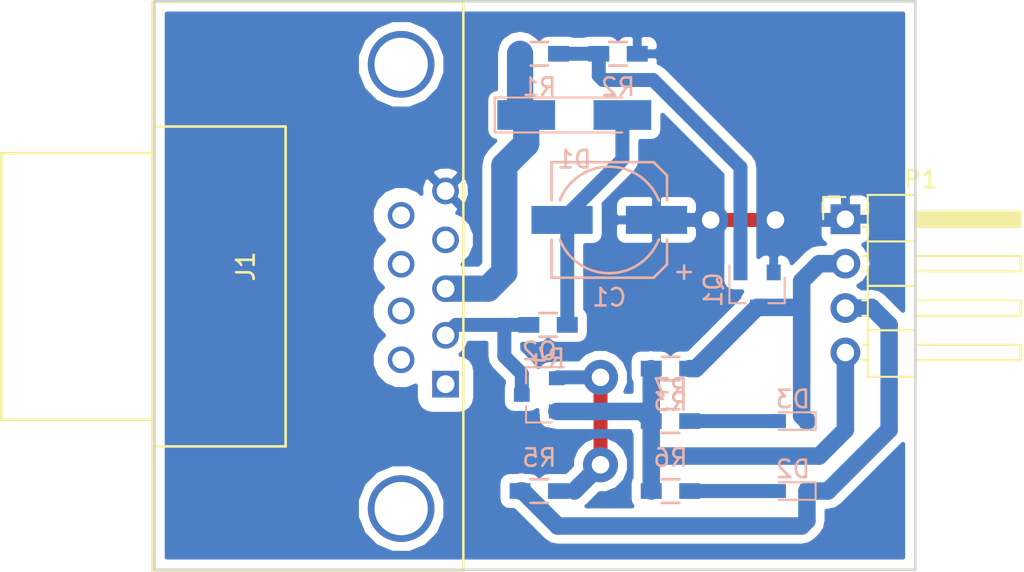
<source format=kicad_pcb>
(kicad_pcb (version 4) (host pcbnew 4.0.7-e2-6376~58~ubuntu16.04.1)

  (general
    (links 24)
    (no_connects 0)
    (area 111.424999 75.424999 155.075001 108.075001)
    (thickness 1.6)
    (drawings 4)
    (tracks 67)
    (zones 0)
    (modules 15)
    (nets 18)
  )

  (page A4)
  (layers
    (0 F.Cu signal)
    (31 B.Cu signal)
    (32 B.Adhes user)
    (33 F.Adhes user)
    (34 B.Paste user)
    (35 F.Paste user)
    (36 B.SilkS user)
    (37 F.SilkS user)
    (38 B.Mask user)
    (39 F.Mask user)
    (40 Dwgs.User user)
    (41 Cmts.User user)
    (42 Eco1.User user)
    (43 Eco2.User user)
    (44 Edge.Cuts user)
    (45 Margin user)
    (46 B.CrtYd user)
    (47 F.CrtYd user)
    (48 B.Fab user)
    (49 F.Fab user)
  )

  (setup
    (last_trace_width 1.5)
    (user_trace_width 0.8)
    (user_trace_width 1)
    (user_trace_width 1.5)
    (trace_clearance 0.5)
    (zone_clearance 0.508)
    (zone_45_only no)
    (trace_min 0.2)
    (segment_width 0.2)
    (edge_width 0.15)
    (via_size 2)
    (via_drill 1)
    (via_min_size 0.4)
    (via_min_drill 0.3)
    (uvia_size 0.3)
    (uvia_drill 0.1)
    (uvias_allowed no)
    (uvia_min_size 0.2)
    (uvia_min_drill 0.1)
    (pcb_text_width 0.3)
    (pcb_text_size 1.5 1.5)
    (mod_edge_width 0.15)
    (mod_text_size 1 1)
    (mod_text_width 0.15)
    (pad_size 1.524 1.524)
    (pad_drill 1.016)
    (pad_to_mask_clearance 0.2)
    (aux_axis_origin 0 0)
    (visible_elements FFFCFF7F)
    (pcbplotparams
      (layerselection 0x00030_80000001)
      (usegerberextensions false)
      (excludeedgelayer true)
      (linewidth 0.100000)
      (plotframeref false)
      (viasonmask false)
      (mode 1)
      (useauxorigin false)
      (hpglpennumber 1)
      (hpglpenspeed 20)
      (hpglpendiameter 15)
      (hpglpenoverlay 2)
      (psnegative false)
      (psa4output false)
      (plotreference true)
      (plotvalue true)
      (plotinvisibletext false)
      (padsonsilk false)
      (subtractmaskfromsilk false)
      (outputformat 1)
      (mirror false)
      (drillshape 1)
      (scaleselection 1)
      (outputdirectory ""))
  )

  (net 0 "")
  (net 1 GND)
  (net 2 "Net-(C1-Pad2)")
  (net 3 "Net-(D1-Pad1)")
  (net 4 "Net-(D2-Pad2)")
  (net 5 "Net-(D2-Pad1)")
  (net 6 "Net-(D3-Pad2)")
  (net 7 "Net-(D3-Pad1)")
  (net 8 "Net-(J1-Pad1)")
  (net 9 "Net-(J1-Pad2)")
  (net 10 "Net-(J1-Pad4)")
  (net 11 "Net-(J1-Pad6)")
  (net 12 "Net-(J1-Pad7)")
  (net 13 "Net-(J1-Pad8)")
  (net 14 "Net-(J1-Pad9)")
  (net 15 VCC)
  (net 16 "Net-(Q1-Pad1)")
  (net 17 "Net-(Q2-Pad1)")

  (net_class Default "This is the default net class."
    (clearance 0.5)
    (trace_width 0.8)
    (via_dia 2)
    (via_drill 1)
    (uvia_dia 0.3)
    (uvia_drill 0.1)
    (add_net GND)
    (add_net "Net-(C1-Pad2)")
    (add_net "Net-(D1-Pad1)")
    (add_net "Net-(D2-Pad1)")
    (add_net "Net-(D2-Pad2)")
    (add_net "Net-(D3-Pad1)")
    (add_net "Net-(D3-Pad2)")
    (add_net "Net-(J1-Pad1)")
    (add_net "Net-(J1-Pad2)")
    (add_net "Net-(J1-Pad4)")
    (add_net "Net-(J1-Pad6)")
    (add_net "Net-(J1-Pad7)")
    (add_net "Net-(J1-Pad8)")
    (add_net "Net-(J1-Pad9)")
    (add_net "Net-(Q1-Pad1)")
    (add_net "Net-(Q2-Pad1)")
    (add_net VCC)
  )

  (net_class 1mm ""
    (clearance 0.3)
    (trace_width 1)
    (via_dia 2)
    (via_drill 1)
    (uvia_dia 0.3)
    (uvia_drill 0.1)
  )

  (module Diodes_SMD:MiniMELF_Handsoldering (layer B.Cu) (tedit 586459CA) (tstamp 5A8BACD7)
    (at 135.5 82)
    (descr "Diode Mini-MELF Handsoldering")
    (tags "Diode Mini-MELF Handsoldering")
    (path /5A8219CC)
    (attr smd)
    (fp_text reference D1 (at 0 2.54) (layer B.SilkS)
      (effects (font (size 1 1) (thickness 0.15)) (justify mirror))
    )
    (fp_text value 1N4148 (at 0 -3.81) (layer B.Fab)
      (effects (font (size 1 1) (thickness 0.15)) (justify mirror))
    )
    (fp_line (start 2.75 1) (end -4.55 1) (layer B.SilkS) (width 0.12))
    (fp_line (start -4.55 1) (end -4.55 -1) (layer B.SilkS) (width 0.12))
    (fp_line (start -4.55 -1) (end 2.75 -1) (layer B.SilkS) (width 0.12))
    (fp_line (start 1.65 0.8) (end 1.65 -0.8) (layer B.Fab) (width 0.1))
    (fp_line (start 1.65 -0.8) (end -1.65 -0.8) (layer B.Fab) (width 0.1))
    (fp_line (start -1.65 -0.8) (end -1.65 0.8) (layer B.Fab) (width 0.1))
    (fp_line (start -1.65 0.8) (end 1.65 0.8) (layer B.Fab) (width 0.1))
    (fp_line (start 0.25 0) (end 0.75 0) (layer B.Fab) (width 0.1))
    (fp_line (start 0.25 -0.4) (end -0.35 0) (layer B.Fab) (width 0.1))
    (fp_line (start 0.25 0.4) (end 0.25 -0.4) (layer B.Fab) (width 0.1))
    (fp_line (start -0.35 0) (end 0.25 0.4) (layer B.Fab) (width 0.1))
    (fp_line (start -0.35 0) (end -0.35 -0.55) (layer B.Fab) (width 0.1))
    (fp_line (start -0.35 0) (end -0.35 0.55) (layer B.Fab) (width 0.1))
    (fp_line (start -0.75 0) (end -0.35 0) (layer B.Fab) (width 0.1))
    (fp_line (start -4.65 1.1) (end 4.65 1.1) (layer B.CrtYd) (width 0.05))
    (fp_line (start 4.65 1.1) (end 4.65 -1.1) (layer B.CrtYd) (width 0.05))
    (fp_line (start 4.65 -1.1) (end -4.65 -1.1) (layer B.CrtYd) (width 0.05))
    (fp_line (start -4.65 -1.1) (end -4.65 1.1) (layer B.CrtYd) (width 0.05))
    (pad 1 smd rect (at -2.75 0) (size 3.3 1.7) (layers B.Cu B.Paste B.Mask)
      (net 3 "Net-(D1-Pad1)"))
    (pad 2 smd rect (at 2.75 0) (size 3.3 1.7) (layers B.Cu B.Paste B.Mask)
      (net 2 "Net-(C1-Pad2)"))
    (model Diodes_SMD.3dshapes/MiniMELF_Handsoldering.wrl
      (at (xyz 0 0 0))
      (scale (xyz 0.3937 0.3937 0.3937))
      (rotate (xyz 0 0 180))
    )
  )

  (module Capacitors_SMD:c_elec_6.3x7.7 (layer B.Cu) (tedit 57FA45E9) (tstamp 5A8BACBF)
    (at 137.5 88 180)
    (descr "SMT capacitor, aluminium electrolytic, 6.3x7.7")
    (path /5A821B20)
    (attr smd)
    (fp_text reference C1 (at 0 -4.4323 180) (layer B.SilkS)
      (effects (font (size 1 1) (thickness 0.15)) (justify mirror))
    )
    (fp_text value 10uF (at 0 4.4323 180) (layer B.Fab)
      (effects (font (size 1 1) (thickness 0.15)) (justify mirror))
    )
    (fp_line (start 3.1496 -3.1496) (end 3.1496 3.1496) (layer B.Fab) (width 0.15))
    (fp_line (start -2.4765 -3.1496) (end 3.1496 -3.1496) (layer B.Fab) (width 0.15))
    (fp_line (start -3.1496 -2.4765) (end -2.4765 -3.1496) (layer B.Fab) (width 0.15))
    (fp_line (start -3.1496 2.4765) (end -3.1496 -2.4765) (layer B.Fab) (width 0.15))
    (fp_line (start -2.4765 3.1496) (end -3.1496 2.4765) (layer B.Fab) (width 0.15))
    (fp_line (start 3.1496 3.1496) (end -2.4765 3.1496) (layer B.Fab) (width 0.15))
    (fp_text user + (at -1.7272 0.0762 180) (layer B.Fab)
      (effects (font (size 1 1) (thickness 0.15)) (justify mirror))
    )
    (fp_arc (start 0 0) (end 2.8321 -1.1176) (angle -136.9770428) (layer B.SilkS) (width 0.15))
    (fp_arc (start 0 0) (end -2.8321 1.1176) (angle -136.9770428) (layer B.SilkS) (width 0.15))
    (fp_line (start -3.302 -2.54) (end -3.302 -1.1176) (layer B.SilkS) (width 0.15))
    (fp_line (start 3.302 -3.302) (end 3.302 -1.1176) (layer B.SilkS) (width 0.15))
    (fp_line (start 3.302 3.302) (end 3.302 1.1176) (layer B.SilkS) (width 0.15))
    (fp_line (start -3.302 2.54) (end -3.302 1.1176) (layer B.SilkS) (width 0.15))
    (fp_text user + (at -4.2799 -2.9083 180) (layer B.SilkS)
      (effects (font (size 1 1) (thickness 0.15)) (justify mirror))
    )
    (fp_line (start 4.85 3.55) (end -4.85 3.55) (layer B.CrtYd) (width 0.05))
    (fp_line (start -4.85 3.55) (end -4.85 -3.55) (layer B.CrtYd) (width 0.05))
    (fp_line (start -4.85 -3.55) (end 4.85 -3.55) (layer B.CrtYd) (width 0.05))
    (fp_line (start 4.85 -3.55) (end 4.85 3.55) (layer B.CrtYd) (width 0.05))
    (fp_line (start 3.302 -3.302) (end -2.54 -3.302) (layer B.SilkS) (width 0.15))
    (fp_line (start -2.54 -3.302) (end -3.302 -2.54) (layer B.SilkS) (width 0.15))
    (fp_line (start -3.302 2.54) (end -2.54 3.302) (layer B.SilkS) (width 0.15))
    (fp_line (start -2.54 3.302) (end 3.302 3.302) (layer B.SilkS) (width 0.15))
    (pad 1 smd rect (at -2.7 0) (size 3.5 1.6) (layers B.Cu B.Paste B.Mask)
      (net 1 GND))
    (pad 2 smd rect (at 2.7 0) (size 3.5 1.6) (layers B.Cu B.Paste B.Mask)
      (net 2 "Net-(C1-Pad2)"))
    (model Capacitors_SMD.3dshapes/c_elec_6.3x7.7.wrl
      (at (xyz 0 0 0))
      (scale (xyz 1 1 1))
      (rotate (xyz 0 0 180))
    )
  )

  (module Connectors:DB9FC (layer F.Cu) (tedit 5A830CAB) (tstamp 5A8BAD1A)
    (at 126.87 91.93 90)
    (descr "Connecteur DB9 femelle couche")
    (tags "CONN DB9")
    (path /5A821856)
    (fp_text reference J1 (at 1.27 -10.16 90) (layer F.SilkS)
      (effects (font (size 1 1) (thickness 0.15)))
    )
    (fp_text value DB9 (at 1.27 -3.81 90) (layer F.Fab)
      (effects (font (size 1 1) (thickness 0.15)))
    )
    (fp_line (start -16.129 2.286) (end 16.383 2.286) (layer F.SilkS) (width 0.15))
    (fp_line (start 16.383 2.286) (end 16.383 -15.494) (layer F.SilkS) (width 0.15))
    (fp_line (start 16.383 -15.494) (end -16.129 -15.494) (layer F.SilkS) (width 0.15))
    (fp_line (start -16.129 -15.494) (end -16.129 2.286) (layer F.SilkS) (width 0.15))
    (fp_line (start -9.017 -15.494) (end -9.017 -7.874) (layer F.SilkS) (width 0.15))
    (fp_line (start -9.017 -7.874) (end 9.271 -7.874) (layer F.SilkS) (width 0.15))
    (fp_line (start 9.271 -7.874) (end 9.271 -15.494) (layer F.SilkS) (width 0.15))
    (fp_line (start -7.493 -15.494) (end -7.493 -24.13) (layer F.SilkS) (width 0.15))
    (fp_line (start -7.493 -24.13) (end 7.747 -24.13) (layer F.SilkS) (width 0.15))
    (fp_line (start 7.747 -24.13) (end 7.747 -15.494) (layer F.SilkS) (width 0.15))
    (pad "" thru_hole circle (at 12.827 -1.27 90) (size 3.81 3.81) (drill 3.048) (layers *.Cu *.Mask))
    (pad "" thru_hole circle (at -12.573 -1.27 90) (size 3.81 3.81) (drill 3.048) (layers *.Cu *.Mask))
    (pad 1 thru_hole rect (at -5.461 1.27 90) (size 1.524 1.524) (drill 1.016) (layers *.Cu *.Mask)
      (net 8 "Net-(J1-Pad1)") (clearance 0.8))
    (pad 2 thru_hole circle (at -2.667 1.27 90) (size 1.524 1.524) (drill 1.016) (layers *.Cu *.Mask)
      (net 9 "Net-(J1-Pad2)"))
    (pad 3 thru_hole circle (at 0 1.27 90) (size 1.524 1.524) (drill 1.016) (layers *.Cu *.Mask)
      (net 3 "Net-(D1-Pad1)"))
    (pad 4 thru_hole circle (at 2.794 1.27 90) (size 1.524 1.524) (drill 1.016) (layers *.Cu *.Mask)
      (net 10 "Net-(J1-Pad4)") (clearance 0.8))
    (pad 5 thru_hole circle (at 5.588 1.27 90) (size 1.524 1.524) (drill 1.016) (layers *.Cu *.Mask)
      (net 1 GND))
    (pad 6 thru_hole circle (at -4.064 -1.27 90) (size 1.524 1.524) (drill 1.016) (layers *.Cu *.Mask)
      (net 11 "Net-(J1-Pad6)") (clearance 0.8))
    (pad 7 thru_hole circle (at -1.27 -1.27 90) (size 1.524 1.524) (drill 1.016) (layers *.Cu *.Mask)
      (net 12 "Net-(J1-Pad7)") (clearance 0.8))
    (pad 8 thru_hole circle (at 1.397 -1.27 90) (size 1.524 1.524) (drill 1.016) (layers *.Cu *.Mask)
      (net 13 "Net-(J1-Pad8)") (clearance 0.8))
    (pad 9 thru_hole circle (at 4.191 -1.27 90) (size 1.524 1.524) (drill 1.016) (layers *.Cu *.Mask)
      (net 14 "Net-(J1-Pad9)") (clearance 0.8))
    (model Connect.3dshapes/DB9FC.wrl
      (at (xyz 0 0 0))
      (scale (xyz 1 1 1))
      (rotate (xyz 0 0 0))
    )
  )

  (module Pin_Headers:Pin_Header_Angled_1x04_Pitch2.54mm (layer F.Cu) (tedit 5862ED52) (tstamp 5A8BAD77)
    (at 151 87.96)
    (descr "Through hole angled pin header, 1x04, 2.54mm pitch, 6mm pin length, single row")
    (tags "Through hole angled pin header THT 1x04 2.54mm single row")
    (path /5A822E63)
    (fp_text reference P1 (at 4.315 -2.27) (layer F.SilkS)
      (effects (font (size 1 1) (thickness 0.15)))
    )
    (fp_text value CONN_01X04 (at 4.315 9.89) (layer F.Fab)
      (effects (font (size 1 1) (thickness 0.15)))
    )
    (fp_line (start 1.4 -1.27) (end 1.4 1.27) (layer F.Fab) (width 0.1))
    (fp_line (start 1.4 1.27) (end 3.9 1.27) (layer F.Fab) (width 0.1))
    (fp_line (start 3.9 1.27) (end 3.9 -1.27) (layer F.Fab) (width 0.1))
    (fp_line (start 3.9 -1.27) (end 1.4 -1.27) (layer F.Fab) (width 0.1))
    (fp_line (start 0 -0.32) (end 0 0.32) (layer F.Fab) (width 0.1))
    (fp_line (start 0 0.32) (end 9.9 0.32) (layer F.Fab) (width 0.1))
    (fp_line (start 9.9 0.32) (end 9.9 -0.32) (layer F.Fab) (width 0.1))
    (fp_line (start 9.9 -0.32) (end 0 -0.32) (layer F.Fab) (width 0.1))
    (fp_line (start 1.4 1.27) (end 1.4 3.81) (layer F.Fab) (width 0.1))
    (fp_line (start 1.4 3.81) (end 3.9 3.81) (layer F.Fab) (width 0.1))
    (fp_line (start 3.9 3.81) (end 3.9 1.27) (layer F.Fab) (width 0.1))
    (fp_line (start 3.9 1.27) (end 1.4 1.27) (layer F.Fab) (width 0.1))
    (fp_line (start 0 2.22) (end 0 2.86) (layer F.Fab) (width 0.1))
    (fp_line (start 0 2.86) (end 9.9 2.86) (layer F.Fab) (width 0.1))
    (fp_line (start 9.9 2.86) (end 9.9 2.22) (layer F.Fab) (width 0.1))
    (fp_line (start 9.9 2.22) (end 0 2.22) (layer F.Fab) (width 0.1))
    (fp_line (start 1.4 3.81) (end 1.4 6.35) (layer F.Fab) (width 0.1))
    (fp_line (start 1.4 6.35) (end 3.9 6.35) (layer F.Fab) (width 0.1))
    (fp_line (start 3.9 6.35) (end 3.9 3.81) (layer F.Fab) (width 0.1))
    (fp_line (start 3.9 3.81) (end 1.4 3.81) (layer F.Fab) (width 0.1))
    (fp_line (start 0 4.76) (end 0 5.4) (layer F.Fab) (width 0.1))
    (fp_line (start 0 5.4) (end 9.9 5.4) (layer F.Fab) (width 0.1))
    (fp_line (start 9.9 5.4) (end 9.9 4.76) (layer F.Fab) (width 0.1))
    (fp_line (start 9.9 4.76) (end 0 4.76) (layer F.Fab) (width 0.1))
    (fp_line (start 1.4 6.35) (end 1.4 8.89) (layer F.Fab) (width 0.1))
    (fp_line (start 1.4 8.89) (end 3.9 8.89) (layer F.Fab) (width 0.1))
    (fp_line (start 3.9 8.89) (end 3.9 6.35) (layer F.Fab) (width 0.1))
    (fp_line (start 3.9 6.35) (end 1.4 6.35) (layer F.Fab) (width 0.1))
    (fp_line (start 0 7.3) (end 0 7.94) (layer F.Fab) (width 0.1))
    (fp_line (start 0 7.94) (end 9.9 7.94) (layer F.Fab) (width 0.1))
    (fp_line (start 9.9 7.94) (end 9.9 7.3) (layer F.Fab) (width 0.1))
    (fp_line (start 9.9 7.3) (end 0 7.3) (layer F.Fab) (width 0.1))
    (fp_line (start 1.28 -1.39) (end 1.28 1.27) (layer F.SilkS) (width 0.12))
    (fp_line (start 1.28 1.27) (end 4.02 1.27) (layer F.SilkS) (width 0.12))
    (fp_line (start 4.02 1.27) (end 4.02 -1.39) (layer F.SilkS) (width 0.12))
    (fp_line (start 4.02 -1.39) (end 1.28 -1.39) (layer F.SilkS) (width 0.12))
    (fp_line (start 4.02 -0.44) (end 4.02 0.44) (layer F.SilkS) (width 0.12))
    (fp_line (start 4.02 0.44) (end 10.02 0.44) (layer F.SilkS) (width 0.12))
    (fp_line (start 10.02 0.44) (end 10.02 -0.44) (layer F.SilkS) (width 0.12))
    (fp_line (start 10.02 -0.44) (end 4.02 -0.44) (layer F.SilkS) (width 0.12))
    (fp_line (start 0.97 -0.44) (end 1.28 -0.44) (layer F.SilkS) (width 0.12))
    (fp_line (start 0.97 0.44) (end 1.28 0.44) (layer F.SilkS) (width 0.12))
    (fp_line (start 4.02 -0.32) (end 10.02 -0.32) (layer F.SilkS) (width 0.12))
    (fp_line (start 4.02 -0.2) (end 10.02 -0.2) (layer F.SilkS) (width 0.12))
    (fp_line (start 4.02 -0.08) (end 10.02 -0.08) (layer F.SilkS) (width 0.12))
    (fp_line (start 4.02 0.04) (end 10.02 0.04) (layer F.SilkS) (width 0.12))
    (fp_line (start 4.02 0.16) (end 10.02 0.16) (layer F.SilkS) (width 0.12))
    (fp_line (start 4.02 0.28) (end 10.02 0.28) (layer F.SilkS) (width 0.12))
    (fp_line (start 4.02 0.4) (end 10.02 0.4) (layer F.SilkS) (width 0.12))
    (fp_line (start 1.28 1.27) (end 1.28 3.81) (layer F.SilkS) (width 0.12))
    (fp_line (start 1.28 3.81) (end 4.02 3.81) (layer F.SilkS) (width 0.12))
    (fp_line (start 4.02 3.81) (end 4.02 1.27) (layer F.SilkS) (width 0.12))
    (fp_line (start 4.02 1.27) (end 1.28 1.27) (layer F.SilkS) (width 0.12))
    (fp_line (start 4.02 2.1) (end 4.02 2.98) (layer F.SilkS) (width 0.12))
    (fp_line (start 4.02 2.98) (end 10.02 2.98) (layer F.SilkS) (width 0.12))
    (fp_line (start 10.02 2.98) (end 10.02 2.1) (layer F.SilkS) (width 0.12))
    (fp_line (start 10.02 2.1) (end 4.02 2.1) (layer F.SilkS) (width 0.12))
    (fp_line (start 0.97 2.1) (end 1.28 2.1) (layer F.SilkS) (width 0.12))
    (fp_line (start 0.97 2.98) (end 1.28 2.98) (layer F.SilkS) (width 0.12))
    (fp_line (start 1.28 3.81) (end 1.28 6.35) (layer F.SilkS) (width 0.12))
    (fp_line (start 1.28 6.35) (end 4.02 6.35) (layer F.SilkS) (width 0.12))
    (fp_line (start 4.02 6.35) (end 4.02 3.81) (layer F.SilkS) (width 0.12))
    (fp_line (start 4.02 3.81) (end 1.28 3.81) (layer F.SilkS) (width 0.12))
    (fp_line (start 4.02 4.64) (end 4.02 5.52) (layer F.SilkS) (width 0.12))
    (fp_line (start 4.02 5.52) (end 10.02 5.52) (layer F.SilkS) (width 0.12))
    (fp_line (start 10.02 5.52) (end 10.02 4.64) (layer F.SilkS) (width 0.12))
    (fp_line (start 10.02 4.64) (end 4.02 4.64) (layer F.SilkS) (width 0.12))
    (fp_line (start 0.97 4.64) (end 1.28 4.64) (layer F.SilkS) (width 0.12))
    (fp_line (start 0.97 5.52) (end 1.28 5.52) (layer F.SilkS) (width 0.12))
    (fp_line (start 1.28 6.35) (end 1.28 9.01) (layer F.SilkS) (width 0.12))
    (fp_line (start 1.28 9.01) (end 4.02 9.01) (layer F.SilkS) (width 0.12))
    (fp_line (start 4.02 9.01) (end 4.02 6.35) (layer F.SilkS) (width 0.12))
    (fp_line (start 4.02 6.35) (end 1.28 6.35) (layer F.SilkS) (width 0.12))
    (fp_line (start 4.02 7.18) (end 4.02 8.06) (layer F.SilkS) (width 0.12))
    (fp_line (start 4.02 8.06) (end 10.02 8.06) (layer F.SilkS) (width 0.12))
    (fp_line (start 10.02 8.06) (end 10.02 7.18) (layer F.SilkS) (width 0.12))
    (fp_line (start 10.02 7.18) (end 4.02 7.18) (layer F.SilkS) (width 0.12))
    (fp_line (start 0.97 7.18) (end 1.28 7.18) (layer F.SilkS) (width 0.12))
    (fp_line (start 0.97 8.06) (end 1.28 8.06) (layer F.SilkS) (width 0.12))
    (fp_line (start -1.27 0) (end -1.27 -1.27) (layer F.SilkS) (width 0.12))
    (fp_line (start -1.27 -1.27) (end 0 -1.27) (layer F.SilkS) (width 0.12))
    (fp_line (start -1.6 -1.6) (end -1.6 9.2) (layer F.CrtYd) (width 0.05))
    (fp_line (start -1.6 9.2) (end 10.2 9.2) (layer F.CrtYd) (width 0.05))
    (fp_line (start 10.2 9.2) (end 10.2 -1.6) (layer F.CrtYd) (width 0.05))
    (fp_line (start 10.2 -1.6) (end -1.6 -1.6) (layer F.CrtYd) (width 0.05))
    (pad 1 thru_hole rect (at 0 0) (size 1.7 1.7) (drill 1) (layers *.Cu *.Mask)
      (net 1 GND))
    (pad 2 thru_hole oval (at 0 2.54) (size 1.7 1.7) (drill 1) (layers *.Cu *.Mask)
      (net 7 "Net-(D3-Pad1)"))
    (pad 3 thru_hole oval (at 0 5.08) (size 1.7 1.7) (drill 1) (layers *.Cu *.Mask)
      (net 5 "Net-(D2-Pad1)"))
    (pad 4 thru_hole oval (at 0 7.62) (size 1.7 1.7) (drill 1) (layers *.Cu *.Mask)
      (net 15 VCC))
    (model Pin_Headers.3dshapes/Pin_Header_Angled_1x04_Pitch2.54mm.wrl
      (at (xyz 0 -0.15 0))
      (scale (xyz 1 1 1))
      (rotate (xyz 0 0 90))
    )
  )

  (module TO_SOT_Packages_SMD:SOT-23 (layer B.Cu) (tedit 583F39EB) (tstamp 5A8BAD8A)
    (at 145.95 92 270)
    (descr "SOT-23, Standard")
    (tags SOT-23)
    (path /5A824BCD)
    (attr smd)
    (fp_text reference Q1 (at 0 2.5 270) (layer B.SilkS)
      (effects (font (size 1 1) (thickness 0.15)) (justify mirror))
    )
    (fp_text value 2N7002 (at 0 -2.5 270) (layer B.Fab)
      (effects (font (size 1 1) (thickness 0.15)) (justify mirror))
    )
    (fp_line (start 0.76 -1.58) (end 0.76 -0.65) (layer B.SilkS) (width 0.12))
    (fp_line (start 0.76 1.58) (end 0.76 0.65) (layer B.SilkS) (width 0.12))
    (fp_line (start 0.7 1.52) (end 0.7 -1.52) (layer B.Fab) (width 0.15))
    (fp_line (start -0.7 -1.52) (end 0.7 -1.52) (layer B.Fab) (width 0.15))
    (fp_line (start -1.7 1.75) (end 1.7 1.75) (layer B.CrtYd) (width 0.05))
    (fp_line (start 1.7 1.75) (end 1.7 -1.75) (layer B.CrtYd) (width 0.05))
    (fp_line (start 1.7 -1.75) (end -1.7 -1.75) (layer B.CrtYd) (width 0.05))
    (fp_line (start -1.7 -1.75) (end -1.7 1.75) (layer B.CrtYd) (width 0.05))
    (fp_line (start 0.76 1.58) (end -1.4 1.58) (layer B.SilkS) (width 0.12))
    (fp_line (start -0.7 1.52) (end 0.7 1.52) (layer B.Fab) (width 0.15))
    (fp_line (start -0.7 1.52) (end -0.7 -1.52) (layer B.Fab) (width 0.15))
    (fp_line (start 0.76 -1.58) (end -0.7 -1.58) (layer B.SilkS) (width 0.12))
    (pad 1 smd rect (at -1 0.95 270) (size 0.9 0.8) (layers B.Cu B.Paste B.Mask)
      (net 16 "Net-(Q1-Pad1)"))
    (pad 2 smd rect (at -1 -0.95 270) (size 0.9 0.8) (layers B.Cu B.Paste B.Mask)
      (net 1 GND))
    (pad 3 smd rect (at 1 0 270) (size 0.9 0.8) (layers B.Cu B.Paste B.Mask)
      (net 7 "Net-(D3-Pad1)"))
    (model TO_SOT_Packages_SMD.3dshapes/SOT-23.wrl
      (at (xyz 0 0 0))
      (scale (xyz 1 1 1))
      (rotate (xyz 0 0 90))
    )
  )

  (module TO_SOT_Packages_SMD:SOT-23 (layer B.Cu) (tedit 583F39EB) (tstamp 5A8BAD9D)
    (at 133.5 98 180)
    (descr "SOT-23, Standard")
    (tags SOT-23)
    (path /5A824898)
    (attr smd)
    (fp_text reference Q2 (at 0 2.5 180) (layer B.SilkS)
      (effects (font (size 1 1) (thickness 0.15)) (justify mirror))
    )
    (fp_text value PNP-BC857 (at 0 -2.5 180) (layer B.Fab)
      (effects (font (size 1 1) (thickness 0.15)) (justify mirror))
    )
    (fp_line (start 0.76 -1.58) (end 0.76 -0.65) (layer B.SilkS) (width 0.12))
    (fp_line (start 0.76 1.58) (end 0.76 0.65) (layer B.SilkS) (width 0.12))
    (fp_line (start 0.7 1.52) (end 0.7 -1.52) (layer B.Fab) (width 0.15))
    (fp_line (start -0.7 -1.52) (end 0.7 -1.52) (layer B.Fab) (width 0.15))
    (fp_line (start -1.7 1.75) (end 1.7 1.75) (layer B.CrtYd) (width 0.05))
    (fp_line (start 1.7 1.75) (end 1.7 -1.75) (layer B.CrtYd) (width 0.05))
    (fp_line (start 1.7 -1.75) (end -1.7 -1.75) (layer B.CrtYd) (width 0.05))
    (fp_line (start -1.7 -1.75) (end -1.7 1.75) (layer B.CrtYd) (width 0.05))
    (fp_line (start 0.76 1.58) (end -1.4 1.58) (layer B.SilkS) (width 0.12))
    (fp_line (start -0.7 1.52) (end 0.7 1.52) (layer B.Fab) (width 0.15))
    (fp_line (start -0.7 1.52) (end -0.7 -1.52) (layer B.Fab) (width 0.15))
    (fp_line (start 0.76 -1.58) (end -0.7 -1.58) (layer B.SilkS) (width 0.12))
    (pad 1 smd rect (at -1 0.95 180) (size 0.9 0.8) (layers B.Cu B.Paste B.Mask)
      (net 17 "Net-(Q2-Pad1)"))
    (pad 2 smd rect (at -1 -0.95 180) (size 0.9 0.8) (layers B.Cu B.Paste B.Mask)
      (net 15 VCC))
    (pad 3 smd rect (at 1 0 180) (size 0.9 0.8) (layers B.Cu B.Paste B.Mask)
      (net 9 "Net-(J1-Pad2)"))
    (model TO_SOT_Packages_SMD.3dshapes/SOT-23.wrl
      (at (xyz 0 0 0))
      (scale (xyz 1 1 1))
      (rotate (xyz 0 0 90))
    )
  )

  (module Resistors_SMD:R_0603_HandSoldering (layer B.Cu) (tedit 58307AEF) (tstamp 5A8BADAD)
    (at 133.5 78.5)
    (descr "Resistor SMD 0603, hand soldering")
    (tags "resistor 0603")
    (path /5A822807)
    (attr smd)
    (fp_text reference R1 (at 0 1.9) (layer B.SilkS)
      (effects (font (size 1 1) (thickness 0.15)) (justify mirror))
    )
    (fp_text value 10k (at 0 -1.9) (layer B.Fab)
      (effects (font (size 1 1) (thickness 0.15)) (justify mirror))
    )
    (fp_line (start -0.8 -0.4) (end -0.8 0.4) (layer B.Fab) (width 0.1))
    (fp_line (start 0.8 -0.4) (end -0.8 -0.4) (layer B.Fab) (width 0.1))
    (fp_line (start 0.8 0.4) (end 0.8 -0.4) (layer B.Fab) (width 0.1))
    (fp_line (start -0.8 0.4) (end 0.8 0.4) (layer B.Fab) (width 0.1))
    (fp_line (start -2 0.8) (end 2 0.8) (layer B.CrtYd) (width 0.05))
    (fp_line (start -2 -0.8) (end 2 -0.8) (layer B.CrtYd) (width 0.05))
    (fp_line (start -2 0.8) (end -2 -0.8) (layer B.CrtYd) (width 0.05))
    (fp_line (start 2 0.8) (end 2 -0.8) (layer B.CrtYd) (width 0.05))
    (fp_line (start 0.5 -0.675) (end -0.5 -0.675) (layer B.SilkS) (width 0.15))
    (fp_line (start -0.5 0.675) (end 0.5 0.675) (layer B.SilkS) (width 0.15))
    (pad 1 smd rect (at -1.1 0) (size 1.2 0.9) (layers B.Cu B.Paste B.Mask)
      (net 3 "Net-(D1-Pad1)"))
    (pad 2 smd rect (at 1.1 0) (size 1.2 0.9) (layers B.Cu B.Paste B.Mask)
      (net 16 "Net-(Q1-Pad1)"))
    (model Resistors_SMD.3dshapes/R_0603_HandSoldering.wrl
      (at (xyz 0 0 0))
      (scale (xyz 1 1 1))
      (rotate (xyz 0 0 0))
    )
  )

  (module Resistors_SMD:R_0603_HandSoldering (layer B.Cu) (tedit 58307AEF) (tstamp 5A8BADBD)
    (at 138 78.5)
    (descr "Resistor SMD 0603, hand soldering")
    (tags "resistor 0603")
    (path /5A823C79)
    (attr smd)
    (fp_text reference R2 (at 0 1.9) (layer B.SilkS)
      (effects (font (size 1 1) (thickness 0.15)) (justify mirror))
    )
    (fp_text value 10k (at 0 -1.9) (layer B.Fab)
      (effects (font (size 1 1) (thickness 0.15)) (justify mirror))
    )
    (fp_line (start -0.8 -0.4) (end -0.8 0.4) (layer B.Fab) (width 0.1))
    (fp_line (start 0.8 -0.4) (end -0.8 -0.4) (layer B.Fab) (width 0.1))
    (fp_line (start 0.8 0.4) (end 0.8 -0.4) (layer B.Fab) (width 0.1))
    (fp_line (start -0.8 0.4) (end 0.8 0.4) (layer B.Fab) (width 0.1))
    (fp_line (start -2 0.8) (end 2 0.8) (layer B.CrtYd) (width 0.05))
    (fp_line (start -2 -0.8) (end 2 -0.8) (layer B.CrtYd) (width 0.05))
    (fp_line (start -2 0.8) (end -2 -0.8) (layer B.CrtYd) (width 0.05))
    (fp_line (start 2 0.8) (end 2 -0.8) (layer B.CrtYd) (width 0.05))
    (fp_line (start 0.5 -0.675) (end -0.5 -0.675) (layer B.SilkS) (width 0.15))
    (fp_line (start -0.5 0.675) (end 0.5 0.675) (layer B.SilkS) (width 0.15))
    (pad 1 smd rect (at -1.1 0) (size 1.2 0.9) (layers B.Cu B.Paste B.Mask)
      (net 16 "Net-(Q1-Pad1)"))
    (pad 2 smd rect (at 1.1 0) (size 1.2 0.9) (layers B.Cu B.Paste B.Mask)
      (net 1 GND))
    (model Resistors_SMD.3dshapes/R_0603_HandSoldering.wrl
      (at (xyz 0 0 0))
      (scale (xyz 1 1 1))
      (rotate (xyz 0 0 0))
    )
  )

  (module Resistors_SMD:R_0603_HandSoldering (layer B.Cu) (tedit 58307AEF) (tstamp 5A8BADCD)
    (at 141 96.5)
    (descr "Resistor SMD 0603, hand soldering")
    (tags "resistor 0603")
    (path /5A823BE5)
    (attr smd)
    (fp_text reference R3 (at 0 1.9) (layer B.SilkS)
      (effects (font (size 1 1) (thickness 0.15)) (justify mirror))
    )
    (fp_text value 10k (at 0 -1.9) (layer B.Fab)
      (effects (font (size 1 1) (thickness 0.15)) (justify mirror))
    )
    (fp_line (start -0.8 -0.4) (end -0.8 0.4) (layer B.Fab) (width 0.1))
    (fp_line (start 0.8 -0.4) (end -0.8 -0.4) (layer B.Fab) (width 0.1))
    (fp_line (start 0.8 0.4) (end 0.8 -0.4) (layer B.Fab) (width 0.1))
    (fp_line (start -0.8 0.4) (end 0.8 0.4) (layer B.Fab) (width 0.1))
    (fp_line (start -2 0.8) (end 2 0.8) (layer B.CrtYd) (width 0.05))
    (fp_line (start -2 -0.8) (end 2 -0.8) (layer B.CrtYd) (width 0.05))
    (fp_line (start -2 0.8) (end -2 -0.8) (layer B.CrtYd) (width 0.05))
    (fp_line (start 2 0.8) (end 2 -0.8) (layer B.CrtYd) (width 0.05))
    (fp_line (start 0.5 -0.675) (end -0.5 -0.675) (layer B.SilkS) (width 0.15))
    (fp_line (start -0.5 0.675) (end 0.5 0.675) (layer B.SilkS) (width 0.15))
    (pad 1 smd rect (at -1.1 0) (size 1.2 0.9) (layers B.Cu B.Paste B.Mask)
      (net 15 VCC))
    (pad 2 smd rect (at 1.1 0) (size 1.2 0.9) (layers B.Cu B.Paste B.Mask)
      (net 7 "Net-(D3-Pad1)"))
    (model Resistors_SMD.3dshapes/R_0603_HandSoldering.wrl
      (at (xyz 0 0 0))
      (scale (xyz 1 1 1))
      (rotate (xyz 0 0 0))
    )
  )

  (module Resistors_SMD:R_0603_HandSoldering (layer B.Cu) (tedit 58307AEF) (tstamp 5A8BADDD)
    (at 134 94)
    (descr "Resistor SMD 0603, hand soldering")
    (tags "resistor 0603")
    (path /5A823B22)
    (attr smd)
    (fp_text reference R4 (at 0 1.9) (layer B.SilkS)
      (effects (font (size 1 1) (thickness 0.15)) (justify mirror))
    )
    (fp_text value 10k (at 0 -1.9) (layer B.Fab)
      (effects (font (size 1 1) (thickness 0.15)) (justify mirror))
    )
    (fp_line (start -0.8 -0.4) (end -0.8 0.4) (layer B.Fab) (width 0.1))
    (fp_line (start 0.8 -0.4) (end -0.8 -0.4) (layer B.Fab) (width 0.1))
    (fp_line (start 0.8 0.4) (end 0.8 -0.4) (layer B.Fab) (width 0.1))
    (fp_line (start -0.8 0.4) (end 0.8 0.4) (layer B.Fab) (width 0.1))
    (fp_line (start -2 0.8) (end 2 0.8) (layer B.CrtYd) (width 0.05))
    (fp_line (start -2 -0.8) (end 2 -0.8) (layer B.CrtYd) (width 0.05))
    (fp_line (start -2 0.8) (end -2 -0.8) (layer B.CrtYd) (width 0.05))
    (fp_line (start 2 0.8) (end 2 -0.8) (layer B.CrtYd) (width 0.05))
    (fp_line (start 0.5 -0.675) (end -0.5 -0.675) (layer B.SilkS) (width 0.15))
    (fp_line (start -0.5 0.675) (end 0.5 0.675) (layer B.SilkS) (width 0.15))
    (pad 1 smd rect (at -1.1 0) (size 1.2 0.9) (layers B.Cu B.Paste B.Mask)
      (net 9 "Net-(J1-Pad2)"))
    (pad 2 smd rect (at 1.1 0) (size 1.2 0.9) (layers B.Cu B.Paste B.Mask)
      (net 2 "Net-(C1-Pad2)"))
    (model Resistors_SMD.3dshapes/R_0603_HandSoldering.wrl
      (at (xyz 0 0 0))
      (scale (xyz 1 1 1))
      (rotate (xyz 0 0 0))
    )
  )

  (module Resistors_SMD:R_0603_HandSoldering (layer B.Cu) (tedit 58307AEF) (tstamp 5A8BADED)
    (at 133.5 103.5 180)
    (descr "Resistor SMD 0603, hand soldering")
    (tags "resistor 0603")
    (path /5A823A34)
    (attr smd)
    (fp_text reference R5 (at 0 1.9 180) (layer B.SilkS)
      (effects (font (size 1 1) (thickness 0.15)) (justify mirror))
    )
    (fp_text value 10k (at 0 -1.9 180) (layer B.Fab)
      (effects (font (size 1 1) (thickness 0.15)) (justify mirror))
    )
    (fp_line (start -0.8 -0.4) (end -0.8 0.4) (layer B.Fab) (width 0.1))
    (fp_line (start 0.8 -0.4) (end -0.8 -0.4) (layer B.Fab) (width 0.1))
    (fp_line (start 0.8 0.4) (end 0.8 -0.4) (layer B.Fab) (width 0.1))
    (fp_line (start -0.8 0.4) (end 0.8 0.4) (layer B.Fab) (width 0.1))
    (fp_line (start -2 0.8) (end 2 0.8) (layer B.CrtYd) (width 0.05))
    (fp_line (start -2 -0.8) (end 2 -0.8) (layer B.CrtYd) (width 0.05))
    (fp_line (start -2 0.8) (end -2 -0.8) (layer B.CrtYd) (width 0.05))
    (fp_line (start 2 0.8) (end 2 -0.8) (layer B.CrtYd) (width 0.05))
    (fp_line (start 0.5 -0.675) (end -0.5 -0.675) (layer B.SilkS) (width 0.15))
    (fp_line (start -0.5 0.675) (end 0.5 0.675) (layer B.SilkS) (width 0.15))
    (pad 1 smd rect (at -1.1 0 180) (size 1.2 0.9) (layers B.Cu B.Paste B.Mask)
      (net 17 "Net-(Q2-Pad1)"))
    (pad 2 smd rect (at 1.1 0 180) (size 1.2 0.9) (layers B.Cu B.Paste B.Mask)
      (net 5 "Net-(D2-Pad1)"))
    (model Resistors_SMD.3dshapes/R_0603_HandSoldering.wrl
      (at (xyz 0 0 0))
      (scale (xyz 1 1 1))
      (rotate (xyz 0 0 0))
    )
  )

  (module LEDs:LED_0603 (layer B.Cu) (tedit 57FE93A5) (tstamp 5A83094C)
    (at 148 103.5 180)
    (descr "LED 0603 smd package")
    (tags "LED led 0603 SMD smd SMT smt smdled SMDLED smtled SMTLED")
    (path /5A821F43)
    (attr smd)
    (fp_text reference D2 (at 0 1.25 180) (layer B.SilkS)
      (effects (font (size 1 1) (thickness 0.15)) (justify mirror))
    )
    (fp_text value LED (at 0 -1.35 180) (layer B.Fab)
      (effects (font (size 1 1) (thickness 0.15)) (justify mirror))
    )
    (fp_line (start -1.3 0.5) (end -1.3 -0.5) (layer B.SilkS) (width 0.12))
    (fp_line (start -0.2 0.2) (end -0.2 -0.2) (layer B.Fab) (width 0.1))
    (fp_line (start -0.15 0) (end 0.15 0.2) (layer B.Fab) (width 0.1))
    (fp_line (start 0.15 -0.2) (end -0.15 0) (layer B.Fab) (width 0.1))
    (fp_line (start 0.15 0.2) (end 0.15 -0.2) (layer B.Fab) (width 0.1))
    (fp_line (start 0.8 -0.4) (end -0.8 -0.4) (layer B.Fab) (width 0.1))
    (fp_line (start 0.8 0.4) (end 0.8 -0.4) (layer B.Fab) (width 0.1))
    (fp_line (start -0.8 0.4) (end 0.8 0.4) (layer B.Fab) (width 0.1))
    (fp_line (start -0.8 -0.4) (end -0.8 0.4) (layer B.Fab) (width 0.1))
    (fp_line (start -1.3 -0.5) (end 0.8 -0.5) (layer B.SilkS) (width 0.12))
    (fp_line (start -1.3 0.5) (end 0.8 0.5) (layer B.SilkS) (width 0.12))
    (fp_line (start 1.45 0.65) (end 1.45 -0.65) (layer B.CrtYd) (width 0.05))
    (fp_line (start 1.45 -0.65) (end -1.45 -0.65) (layer B.CrtYd) (width 0.05))
    (fp_line (start -1.45 -0.65) (end -1.45 0.65) (layer B.CrtYd) (width 0.05))
    (fp_line (start -1.45 0.65) (end 1.45 0.65) (layer B.CrtYd) (width 0.05))
    (pad 2 smd rect (at 0.8 0) (size 0.8 0.8) (layers B.Cu B.Paste B.Mask)
      (net 4 "Net-(D2-Pad2)"))
    (pad 1 smd rect (at -0.8 0) (size 0.8 0.8) (layers B.Cu B.Paste B.Mask)
      (net 5 "Net-(D2-Pad1)"))
    (model LEDs.3dshapes/LED_0603.wrl
      (at (xyz 0 0 0))
      (scale (xyz 1 1 1))
      (rotate (xyz 0 0 180))
    )
  )

  (module LEDs:LED_0603 (layer B.Cu) (tedit 57FE93A5) (tstamp 5A830961)
    (at 148 99.5 180)
    (descr "LED 0603 smd package")
    (tags "LED led 0603 SMD smd SMT smt smdled SMDLED smtled SMTLED")
    (path /5A8237AA)
    (attr smd)
    (fp_text reference D3 (at 0 1.25 180) (layer B.SilkS)
      (effects (font (size 1 1) (thickness 0.15)) (justify mirror))
    )
    (fp_text value LED (at 0 -1.35 180) (layer B.Fab)
      (effects (font (size 1 1) (thickness 0.15)) (justify mirror))
    )
    (fp_line (start -1.3 0.5) (end -1.3 -0.5) (layer B.SilkS) (width 0.12))
    (fp_line (start -0.2 0.2) (end -0.2 -0.2) (layer B.Fab) (width 0.1))
    (fp_line (start -0.15 0) (end 0.15 0.2) (layer B.Fab) (width 0.1))
    (fp_line (start 0.15 -0.2) (end -0.15 0) (layer B.Fab) (width 0.1))
    (fp_line (start 0.15 0.2) (end 0.15 -0.2) (layer B.Fab) (width 0.1))
    (fp_line (start 0.8 -0.4) (end -0.8 -0.4) (layer B.Fab) (width 0.1))
    (fp_line (start 0.8 0.4) (end 0.8 -0.4) (layer B.Fab) (width 0.1))
    (fp_line (start -0.8 0.4) (end 0.8 0.4) (layer B.Fab) (width 0.1))
    (fp_line (start -0.8 -0.4) (end -0.8 0.4) (layer B.Fab) (width 0.1))
    (fp_line (start -1.3 -0.5) (end 0.8 -0.5) (layer B.SilkS) (width 0.12))
    (fp_line (start -1.3 0.5) (end 0.8 0.5) (layer B.SilkS) (width 0.12))
    (fp_line (start 1.45 0.65) (end 1.45 -0.65) (layer B.CrtYd) (width 0.05))
    (fp_line (start 1.45 -0.65) (end -1.45 -0.65) (layer B.CrtYd) (width 0.05))
    (fp_line (start -1.45 -0.65) (end -1.45 0.65) (layer B.CrtYd) (width 0.05))
    (fp_line (start -1.45 0.65) (end 1.45 0.65) (layer B.CrtYd) (width 0.05))
    (pad 2 smd rect (at 0.8 0) (size 0.8 0.8) (layers B.Cu B.Paste B.Mask)
      (net 6 "Net-(D3-Pad2)"))
    (pad 1 smd rect (at -0.8 0) (size 0.8 0.8) (layers B.Cu B.Paste B.Mask)
      (net 7 "Net-(D3-Pad1)"))
    (model LEDs.3dshapes/LED_0603.wrl
      (at (xyz 0 0 0))
      (scale (xyz 1 1 1))
      (rotate (xyz 0 0 180))
    )
  )

  (module Resistors_SMD:R_0603_HandSoldering (layer B.Cu) (tedit 58307AEF) (tstamp 5A830971)
    (at 141 103.5 180)
    (descr "Resistor SMD 0603, hand soldering")
    (tags "resistor 0603")
    (path /5A822087)
    (attr smd)
    (fp_text reference R6 (at 0 1.9 180) (layer B.SilkS)
      (effects (font (size 1 1) (thickness 0.15)) (justify mirror))
    )
    (fp_text value 1k (at 0 -1.9 180) (layer B.Fab)
      (effects (font (size 1 1) (thickness 0.15)) (justify mirror))
    )
    (fp_line (start -0.8 -0.4) (end -0.8 0.4) (layer B.Fab) (width 0.1))
    (fp_line (start 0.8 -0.4) (end -0.8 -0.4) (layer B.Fab) (width 0.1))
    (fp_line (start 0.8 0.4) (end 0.8 -0.4) (layer B.Fab) (width 0.1))
    (fp_line (start -0.8 0.4) (end 0.8 0.4) (layer B.Fab) (width 0.1))
    (fp_line (start -2 0.8) (end 2 0.8) (layer B.CrtYd) (width 0.05))
    (fp_line (start -2 -0.8) (end 2 -0.8) (layer B.CrtYd) (width 0.05))
    (fp_line (start -2 0.8) (end -2 -0.8) (layer B.CrtYd) (width 0.05))
    (fp_line (start 2 0.8) (end 2 -0.8) (layer B.CrtYd) (width 0.05))
    (fp_line (start 0.5 -0.675) (end -0.5 -0.675) (layer B.SilkS) (width 0.15))
    (fp_line (start -0.5 0.675) (end 0.5 0.675) (layer B.SilkS) (width 0.15))
    (pad 1 smd rect (at -1.1 0 180) (size 1.2 0.9) (layers B.Cu B.Paste B.Mask)
      (net 4 "Net-(D2-Pad2)"))
    (pad 2 smd rect (at 1.1 0 180) (size 1.2 0.9) (layers B.Cu B.Paste B.Mask)
      (net 15 VCC))
    (model Resistors_SMD.3dshapes/R_0603_HandSoldering.wrl
      (at (xyz 0 0 0))
      (scale (xyz 1 1 1))
      (rotate (xyz 0 0 0))
    )
  )

  (module Resistors_SMD:R_0603_HandSoldering (layer B.Cu) (tedit 58307AEF) (tstamp 5A830981)
    (at 141 99.5 180)
    (descr "Resistor SMD 0603, hand soldering")
    (tags "resistor 0603")
    (path /5A8237B0)
    (attr smd)
    (fp_text reference R7 (at 0 1.9 180) (layer B.SilkS)
      (effects (font (size 1 1) (thickness 0.15)) (justify mirror))
    )
    (fp_text value 1k (at 0 -1.9 180) (layer B.Fab)
      (effects (font (size 1 1) (thickness 0.15)) (justify mirror))
    )
    (fp_line (start -0.8 -0.4) (end -0.8 0.4) (layer B.Fab) (width 0.1))
    (fp_line (start 0.8 -0.4) (end -0.8 -0.4) (layer B.Fab) (width 0.1))
    (fp_line (start 0.8 0.4) (end 0.8 -0.4) (layer B.Fab) (width 0.1))
    (fp_line (start -0.8 0.4) (end 0.8 0.4) (layer B.Fab) (width 0.1))
    (fp_line (start -2 0.8) (end 2 0.8) (layer B.CrtYd) (width 0.05))
    (fp_line (start -2 -0.8) (end 2 -0.8) (layer B.CrtYd) (width 0.05))
    (fp_line (start -2 0.8) (end -2 -0.8) (layer B.CrtYd) (width 0.05))
    (fp_line (start 2 0.8) (end 2 -0.8) (layer B.CrtYd) (width 0.05))
    (fp_line (start 0.5 -0.675) (end -0.5 -0.675) (layer B.SilkS) (width 0.15))
    (fp_line (start -0.5 0.675) (end 0.5 0.675) (layer B.SilkS) (width 0.15))
    (pad 1 smd rect (at -1.1 0 180) (size 1.2 0.9) (layers B.Cu B.Paste B.Mask)
      (net 6 "Net-(D3-Pad2)"))
    (pad 2 smd rect (at 1.1 0 180) (size 1.2 0.9) (layers B.Cu B.Paste B.Mask)
      (net 15 VCC))
    (model Resistors_SMD.3dshapes/R_0603_HandSoldering.wrl
      (at (xyz 0 0 0))
      (scale (xyz 1 1 1))
      (rotate (xyz 0 0 0))
    )
  )

  (gr_line (start 155 75.5) (end 111.5 75.5) (layer Edge.Cuts) (width 0.15))
  (gr_line (start 155 108) (end 155 75.5) (layer Edge.Cuts) (width 0.15))
  (gr_line (start 111.5 108) (end 155 108) (layer Edge.Cuts) (width 0.15))
  (gr_line (start 111.5 75.5) (end 111.5 108) (layer Edge.Cuts) (width 0.15))

  (segment (start 147 88) (end 150.96 88) (width 0.8) (layer B.Cu) (net 1))
  (segment (start 150.96 88) (end 151 87.96) (width 0.8) (layer B.Cu) (net 1))
  (segment (start 143.3 88) (end 147 88) (width 0.8) (layer F.Cu) (net 1))
  (via (at 147 88) (size 2) (drill 1) (layers F.Cu B.Cu) (net 1))
  (segment (start 140.2 88) (end 143.3 88) (width 0.8) (layer B.Cu) (net 1))
  (via (at 143.3 88) (size 2) (drill 1) (layers F.Cu B.Cu) (net 1))
  (segment (start 135.1 94) (end 135.1 88.3) (width 0.8) (layer B.Cu) (net 2))
  (segment (start 135.1 88.3) (end 134.8 88) (width 0.8) (layer B.Cu) (net 2))
  (segment (start 138.25 82) (end 138.25 84.55) (width 0.8) (layer B.Cu) (net 2))
  (segment (start 138.25 84.55) (end 134.8 88) (width 0.8) (layer B.Cu) (net 2))
  (segment (start 128.14 91.93) (end 130.57 91.93) (width 1.5) (layer B.Cu) (net 3))
  (segment (start 130.57 91.93) (end 131.5 91) (width 1.5) (layer B.Cu) (net 3))
  (segment (start 131.5 91) (end 131.5 84.9) (width 1.5) (layer B.Cu) (net 3))
  (segment (start 131.5 84.9) (end 132.75 83.65) (width 1.5) (layer B.Cu) (net 3))
  (segment (start 132.75 83.65) (end 132.75 82) (width 1.5) (layer B.Cu) (net 3))
  (segment (start 132.4 78.5) (end 132.4 81.65) (width 1.5) (layer B.Cu) (net 3))
  (segment (start 132.4 81.65) (end 132.75 82) (width 1.5) (layer B.Cu) (net 3))
  (segment (start 142.1 103.5) (end 147.2 103.5) (width 0.8) (layer B.Cu) (net 4))
  (segment (start 148.5 105.5) (end 148.8 105.2) (width 1) (layer B.Cu) (net 5))
  (segment (start 148.8 105.2) (end 148.8 103.5) (width 1) (layer B.Cu) (net 5))
  (segment (start 134.55 105.5) (end 148.5 105.5) (width 1) (layer B.Cu) (net 5))
  (segment (start 132.4 103.5) (end 132.55 103.5) (width 1) (layer B.Cu) (net 5))
  (segment (start 132.55 103.5) (end 134.55 105.5) (width 1) (layer B.Cu) (net 5))
  (segment (start 152.5 93) (end 152.46 93.04) (width 1) (layer B.Cu) (net 5))
  (segment (start 152.46 93.04) (end 151 93.04) (width 1) (layer B.Cu) (net 5))
  (segment (start 153.5 94) (end 152.5 93) (width 1) (layer B.Cu) (net 5))
  (segment (start 153.5 100) (end 153.5 94) (width 1) (layer B.Cu) (net 5))
  (segment (start 148.8 103.5) (end 150 103.5) (width 1) (layer B.Cu) (net 5))
  (segment (start 150 103.5) (end 153.5 100) (width 1) (layer B.Cu) (net 5))
  (segment (start 142.1 99.5) (end 147.2 99.5) (width 0.8) (layer B.Cu) (net 6))
  (segment (start 148.5 93) (end 148.5 99.2) (width 1) (layer B.Cu) (net 7))
  (segment (start 148.5 99.2) (end 148.8 99.5) (width 1) (layer B.Cu) (net 7))
  (segment (start 148.5 93) (end 148.5 91.5) (width 1) (layer B.Cu) (net 7))
  (segment (start 149.5 90.5) (end 151 90.5) (width 1) (layer B.Cu) (net 7))
  (segment (start 148.5 91.5) (end 149.5 90.5) (width 1) (layer B.Cu) (net 7))
  (segment (start 145.95 93) (end 148.5 93) (width 1) (layer B.Cu) (net 7))
  (segment (start 142.1 96.5) (end 142.45 96.5) (width 1) (layer B.Cu) (net 7))
  (segment (start 142.45 96.5) (end 145.95 93) (width 1) (layer B.Cu) (net 7))
  (segment (start 132.9 94) (end 131.5 94) (width 0.8) (layer B.Cu) (net 9))
  (segment (start 131.5 94) (end 128.737 94) (width 0.8) (layer B.Cu) (net 9))
  (segment (start 132.5 98) (end 132.5 96.8) (width 0.8) (layer B.Cu) (net 9))
  (segment (start 132.5 96.8) (end 131.5 95.8) (width 0.8) (layer B.Cu) (net 9))
  (segment (start 131.5 95.8) (end 131.5 94) (width 0.8) (layer B.Cu) (net 9))
  (segment (start 128.737 94) (end 128.14 94.597) (width 0.8) (layer B.Cu) (net 9))
  (segment (start 149.5 101.5) (end 151 100) (width 1) (layer B.Cu) (net 15))
  (segment (start 139.9 101.5) (end 149.5 101.5) (width 1) (layer B.Cu) (net 15))
  (segment (start 151 100) (end 151 95.58) (width 1) (layer B.Cu) (net 15))
  (segment (start 139.9 101.5) (end 139.9 103.5) (width 1) (layer B.Cu) (net 15))
  (segment (start 139.9 99.5) (end 139.9 101.5) (width 1) (layer B.Cu) (net 15))
  (segment (start 139.9 96.5) (end 139.9 98) (width 1) (layer B.Cu) (net 15))
  (segment (start 139.9 98) (end 139.9 99.5) (width 1) (layer B.Cu) (net 15))
  (segment (start 134.5 98.95) (end 139.35 98.95) (width 1) (layer B.Cu) (net 15))
  (segment (start 139.35 98.95) (end 139.9 99.5) (width 1) (layer B.Cu) (net 15))
  (segment (start 134.6 78.5) (end 136.9 78.5) (width 0.8) (layer B.Cu) (net 16))
  (segment (start 137.15 80) (end 140.010002 80) (width 0.8) (layer B.Cu) (net 16))
  (segment (start 140.010002 80) (end 145 84.989998) (width 0.8) (layer B.Cu) (net 16))
  (segment (start 145 84.989998) (end 145 89.75) (width 0.8) (layer B.Cu) (net 16))
  (segment (start 145 89.75) (end 145 91) (width 0.8) (layer B.Cu) (net 16))
  (segment (start 136.9 78.5) (end 136.9 79.75) (width 0.8) (layer B.Cu) (net 16))
  (segment (start 136.9 79.75) (end 137.15 80) (width 0.8) (layer B.Cu) (net 16))
  (segment (start 137 97) (end 134.55 97) (width 0.8) (layer B.Cu) (net 17))
  (segment (start 134.55 97) (end 134.5 97.05) (width 0.8) (layer B.Cu) (net 17))
  (segment (start 137 102) (end 137 97) (width 0.8) (layer F.Cu) (net 17))
  (via (at 137 97) (size 2) (drill 1) (layers F.Cu B.Cu) (net 17))
  (segment (start 134.6 103.5) (end 135.5 103.5) (width 0.8) (layer B.Cu) (net 17))
  (segment (start 135.5 103.5) (end 137 102) (width 1) (layer B.Cu) (net 17))
  (via (at 137 102) (size 2) (drill 1) (layers F.Cu B.Cu) (net 17))

  (zone (net 1) (net_name GND) (layer B.Cu) (tstamp 0) (hatch edge 0.508)
    (connect_pads (clearance 0.508))
    (min_thickness 0.254)
    (fill yes (arc_segments 16) (thermal_gap 0.508) (thermal_bridge_width 0.508))
    (polygon
      (pts
        (xy 111.5 75.5) (xy 111.5 108) (xy 155 108) (xy 155 75.5)
      )
    )
    (filled_polygon
      (pts
        (xy 154.29 93.184867) (xy 153.302571 92.197439) (xy 153.302567 92.197433) (xy 152.934346 91.951396) (xy 152.5 91.865)
        (xy 152.298905 91.905) (xy 151.952016 91.905) (xy 151.749974 91.77) (xy 152.079147 91.550054) (xy 152.401054 91.068285)
        (xy 152.514093 90.5) (xy 152.401054 89.931715) (xy 152.079147 89.449946) (xy 152.035223 89.420597) (xy 152.209698 89.348327)
        (xy 152.388327 89.169699) (xy 152.485 88.93631) (xy 152.485 88.24575) (xy 152.32625 88.087) (xy 151.127 88.087)
        (xy 151.127 88.107) (xy 150.873 88.107) (xy 150.873 88.087) (xy 149.67375 88.087) (xy 149.515 88.24575)
        (xy 149.515 88.93631) (xy 149.611673 89.169699) (xy 149.790302 89.348327) (xy 149.830554 89.365) (xy 149.5 89.365)
        (xy 149.065655 89.451396) (xy 148.697434 89.697433) (xy 147.935 90.459868) (xy 147.935 90.423691) (xy 147.838327 90.190302)
        (xy 147.659699 90.011673) (xy 147.42631 89.915) (xy 147.18575 89.915) (xy 147.027 90.07375) (xy 147.027 90.873)
        (xy 147.047 90.873) (xy 147.047 91.127) (xy 147.027 91.127) (xy 147.027 91.147) (xy 146.773 91.147)
        (xy 146.773 91.127) (xy 146.753 91.127) (xy 146.753 90.873) (xy 146.773 90.873) (xy 146.773 90.07375)
        (xy 146.61425 89.915) (xy 146.37369 89.915) (xy 146.140301 90.011673) (xy 146.035 90.116975) (xy 146.035 86.98369)
        (xy 149.515 86.98369) (xy 149.515 87.67425) (xy 149.67375 87.833) (xy 150.873 87.833) (xy 150.873 86.63375)
        (xy 151.127 86.63375) (xy 151.127 87.833) (xy 152.32625 87.833) (xy 152.485 87.67425) (xy 152.485 86.98369)
        (xy 152.388327 86.750301) (xy 152.209698 86.571673) (xy 151.976309 86.475) (xy 151.28575 86.475) (xy 151.127 86.63375)
        (xy 150.873 86.63375) (xy 150.71425 86.475) (xy 150.023691 86.475) (xy 149.790302 86.571673) (xy 149.611673 86.750301)
        (xy 149.515 86.98369) (xy 146.035 86.98369) (xy 146.035 84.990003) (xy 146.035001 84.989998) (xy 145.956215 84.593921)
        (xy 145.806585 84.369983) (xy 145.731856 84.258142) (xy 145.731853 84.25814) (xy 140.741858 79.268144) (xy 140.406079 79.043785)
        (xy 140.335 79.029646) (xy 140.335 78.78575) (xy 140.17625 78.627) (xy 139.227 78.627) (xy 139.227 78.647)
        (xy 138.973 78.647) (xy 138.973 78.627) (xy 138.953 78.627) (xy 138.953 78.373) (xy 138.973 78.373)
        (xy 138.973 77.57375) (xy 139.227 77.57375) (xy 139.227 78.373) (xy 140.17625 78.373) (xy 140.335 78.21425)
        (xy 140.335 77.92369) (xy 140.238327 77.690301) (xy 140.059698 77.511673) (xy 139.826309 77.415) (xy 139.38575 77.415)
        (xy 139.227 77.57375) (xy 138.973 77.57375) (xy 138.81425 77.415) (xy 138.373691 77.415) (xy 138.140302 77.511673)
        (xy 137.999064 77.65291) (xy 137.96409 77.598559) (xy 137.75189 77.453569) (xy 137.5 77.40256) (xy 136.3 77.40256)
        (xy 136.064683 77.446838) (xy 136.036458 77.465) (xy 135.46862 77.465) (xy 135.45189 77.453569) (xy 135.2 77.40256)
        (xy 134 77.40256) (xy 133.764683 77.446838) (xy 133.548559 77.58591) (xy 133.500866 77.655711) (xy 133.46409 77.598559)
        (xy 133.403929 77.557453) (xy 133.379343 77.520657) (xy 132.930017 77.220427) (xy 132.4 77.115) (xy 131.869983 77.220427)
        (xy 131.420657 77.520657) (xy 131.398551 77.553741) (xy 131.348559 77.58591) (xy 131.203569 77.79811) (xy 131.189784 77.866183)
        (xy 131.120427 77.969983) (xy 131.015 78.5) (xy 131.015 80.518554) (xy 130.864683 80.546838) (xy 130.648559 80.68591)
        (xy 130.503569 80.89811) (xy 130.45256 81.15) (xy 130.45256 82.85) (xy 130.496838 83.085317) (xy 130.63591 83.301441)
        (xy 130.84811 83.446431) (xy 130.970166 83.471148) (xy 130.520657 83.920657) (xy 130.220427 84.369983) (xy 130.115 84.9)
        (xy 130.115 90.426314) (xy 129.996314 90.545) (xy 129.119231 90.545) (xy 129.571029 90.093991) (xy 129.828706 89.473437)
        (xy 129.829292 88.801511) (xy 129.572699 88.180509) (xy 129.097991 87.704971) (xy 128.815229 87.587558) (xy 128.871143 87.564397)
        (xy 128.940608 87.322213) (xy 128.14 86.521605) (xy 128.125858 86.535748) (xy 127.946253 86.356143) (xy 127.960395 86.342)
        (xy 128.319605 86.342) (xy 129.120213 87.142608) (xy 129.362397 87.073143) (xy 129.549144 86.549698) (xy 129.521362 85.994632)
        (xy 129.362397 85.610857) (xy 129.120213 85.541392) (xy 128.319605 86.342) (xy 127.960395 86.342) (xy 127.159787 85.541392)
        (xy 126.917603 85.610857) (xy 126.730856 86.134302) (xy 126.749132 86.499446) (xy 126.557991 86.307971) (xy 125.937437 86.050294)
        (xy 125.265511 86.049708) (xy 124.644509 86.306301) (xy 124.168971 86.781009) (xy 123.911294 87.401563) (xy 123.910708 88.073489)
        (xy 124.167301 88.694491) (xy 124.608393 89.136354) (xy 124.168971 89.575009) (xy 123.911294 90.195563) (xy 123.910708 90.867489)
        (xy 124.167301 91.488491) (xy 124.544893 91.866743) (xy 124.168971 92.242009) (xy 123.911294 92.862563) (xy 123.910708 93.534489)
        (xy 124.167301 94.155491) (xy 124.608393 94.597354) (xy 124.168971 95.036009) (xy 123.911294 95.656563) (xy 123.910708 96.328489)
        (xy 124.167301 96.949491) (xy 124.642009 97.425029) (xy 125.262563 97.682706) (xy 125.934489 97.683292) (xy 126.432839 97.477378)
        (xy 126.432839 98.153) (xy 126.497478 98.496526) (xy 126.700501 98.812033) (xy 127.010279 99.023696) (xy 127.378 99.098161)
        (xy 128.902 99.098161) (xy 129.245526 99.033522) (xy 129.561033 98.830499) (xy 129.772696 98.520721) (xy 129.847161 98.153)
        (xy 129.847161 96.629) (xy 129.782522 96.285474) (xy 129.579499 95.969967) (xy 129.269721 95.758304) (xy 129.007287 95.70516)
        (xy 129.323629 95.38937) (xy 129.470776 95.035) (xy 130.465 95.035) (xy 130.465 95.799995) (xy 130.464999 95.8)
        (xy 130.543785 96.196077) (xy 130.768144 96.531856) (xy 131.465 97.228711) (xy 131.465 97.33138) (xy 131.453569 97.34811)
        (xy 131.40256 97.6) (xy 131.40256 98.4) (xy 131.446838 98.635317) (xy 131.58591 98.851441) (xy 131.79811 98.996431)
        (xy 132.05 99.04744) (xy 132.95 99.04744) (xy 133.185317 99.003162) (xy 133.379248 98.878371) (xy 133.365 98.95)
        (xy 133.40256 99.138826) (xy 133.40256 99.35) (xy 133.446838 99.585317) (xy 133.58591 99.801441) (xy 133.79811 99.946431)
        (xy 134.05 99.99744) (xy 134.063913 99.99744) (xy 134.065654 99.998603) (xy 134.5 100.085) (xy 138.677962 100.085)
        (xy 138.696838 100.185317) (xy 138.765 100.291244) (xy 138.765 102.708203) (xy 138.703569 102.79811) (xy 138.65256 103.05)
        (xy 138.65256 103.95) (xy 138.696838 104.185317) (xy 138.812461 104.365) (xy 136.209127 104.365) (xy 136.302566 104.302566)
        (xy 136.970157 103.634975) (xy 137.323795 103.635284) (xy 137.924943 103.386894) (xy 138.385278 102.927363) (xy 138.634716 102.326648)
        (xy 138.635284 101.676205) (xy 138.386894 101.075057) (xy 137.927363 100.614722) (xy 137.326648 100.365284) (xy 136.676205 100.364716)
        (xy 136.075057 100.613106) (xy 135.614722 101.072637) (xy 135.365284 101.673352) (xy 135.364973 102.029895) (xy 134.992308 102.40256)
        (xy 134 102.40256) (xy 133.764683 102.446838) (xy 133.548559 102.58591) (xy 133.500866 102.655711) (xy 133.46409 102.598559)
        (xy 133.25189 102.453569) (xy 133 102.40256) (xy 132.738826 102.40256) (xy 132.55 102.365) (xy 132.4 102.365)
        (xy 132.211174 102.40256) (xy 131.8 102.40256) (xy 131.564683 102.446838) (xy 131.348559 102.58591) (xy 131.203569 102.79811)
        (xy 131.15256 103.05) (xy 131.15256 103.95) (xy 131.196838 104.185317) (xy 131.33591 104.401441) (xy 131.54811 104.546431)
        (xy 131.8 104.59744) (xy 132.042308 104.59744) (xy 133.747434 106.302566) (xy 134.115654 106.548603) (xy 134.55 106.635)
        (xy 148.5 106.635) (xy 148.934346 106.548603) (xy 149.302566 106.302566) (xy 149.602566 106.002566) (xy 149.64815 105.934345)
        (xy 149.848603 105.634346) (xy 149.935 105.2) (xy 149.935 104.635) (xy 150 104.635) (xy 150.434346 104.548603)
        (xy 150.802566 104.302566) (xy 154.29 100.815133) (xy 154.29 107.29) (xy 112.21 107.29) (xy 112.21 105.006021)
        (xy 123.05956 105.006021) (xy 123.445437 105.939915) (xy 124.159327 106.655052) (xy 125.092546 107.042559) (xy 126.103021 107.04344)
        (xy 127.036915 106.657563) (xy 127.752052 105.943673) (xy 128.139559 105.010454) (xy 128.14044 103.999979) (xy 127.754563 103.066085)
        (xy 127.040673 102.350948) (xy 126.107454 101.963441) (xy 125.096979 101.96256) (xy 124.163085 102.348437) (xy 123.447948 103.062327)
        (xy 123.060441 103.995546) (xy 123.05956 105.006021) (xy 112.21 105.006021) (xy 112.21 85.361787) (xy 127.339392 85.361787)
        (xy 128.14 86.162395) (xy 128.940608 85.361787) (xy 128.871143 85.119603) (xy 128.347698 84.932856) (xy 127.792632 84.960638)
        (xy 127.408857 85.119603) (xy 127.339392 85.361787) (xy 112.21 85.361787) (xy 112.21 79.606021) (xy 123.05956 79.606021)
        (xy 123.445437 80.539915) (xy 124.159327 81.255052) (xy 125.092546 81.642559) (xy 126.103021 81.64344) (xy 127.036915 81.257563)
        (xy 127.752052 80.543673) (xy 128.139559 79.610454) (xy 128.14044 78.599979) (xy 127.754563 77.666085) (xy 127.040673 76.950948)
        (xy 126.107454 76.563441) (xy 125.096979 76.56256) (xy 124.163085 76.948437) (xy 123.447948 77.662327) (xy 123.060441 78.595546)
        (xy 123.05956 79.606021) (xy 112.21 79.606021) (xy 112.21 76.21) (xy 154.29 76.21)
      )
    )
    (filled_polygon
      (pts
        (xy 143.965 85.418709) (xy 143.965 90.488569) (xy 143.95256 90.55) (xy 143.95256 91.45) (xy 143.996838 91.685317)
        (xy 144.13591 91.901441) (xy 144.34811 92.046431) (xy 144.6 92.09744) (xy 145.090681 92.09744) (xy 144.953569 92.29811)
        (xy 144.929906 92.414961) (xy 141.950039 95.394829) (xy 141.911174 95.40256) (xy 141.5 95.40256) (xy 141.264683 95.446838)
        (xy 141.048559 95.58591) (xy 141.000866 95.655711) (xy 140.96409 95.598559) (xy 140.75189 95.453569) (xy 140.5 95.40256)
        (xy 140.088826 95.40256) (xy 139.9 95.365) (xy 139.711174 95.40256) (xy 139.3 95.40256) (xy 139.064683 95.446838)
        (xy 138.848559 95.58591) (xy 138.703569 95.79811) (xy 138.65256 96.05) (xy 138.65256 96.95) (xy 138.696838 97.185317)
        (xy 138.765 97.291244) (xy 138.765 97.815) (xy 138.431935 97.815) (xy 138.634716 97.326648) (xy 138.635284 96.676205)
        (xy 138.386894 96.075057) (xy 137.927363 95.614722) (xy 137.326648 95.365284) (xy 136.676205 95.364716) (xy 136.075057 95.613106)
        (xy 135.722547 95.965) (xy 134.550005 95.965) (xy 134.55 95.964999) (xy 134.361171 96.00256) (xy 134.05 96.00256)
        (xy 133.814683 96.046838) (xy 133.598559 96.18591) (xy 133.453569 96.39811) (xy 133.453281 96.399532) (xy 133.405812 96.328489)
        (xy 133.231856 96.068144) (xy 133.231853 96.068142) (xy 132.535 95.371288) (xy 132.535 95.09744) (xy 133.5 95.09744)
        (xy 133.735317 95.053162) (xy 133.951441 94.91409) (xy 133.999134 94.844289) (xy 134.03591 94.901441) (xy 134.24811 95.046431)
        (xy 134.5 95.09744) (xy 135.7 95.09744) (xy 135.935317 95.053162) (xy 136.151441 94.91409) (xy 136.296431 94.70189)
        (xy 136.34744 94.45) (xy 136.34744 93.55) (xy 136.303162 93.314683) (xy 136.16409 93.098559) (xy 136.135 93.078683)
        (xy 136.135 89.44744) (xy 136.55 89.44744) (xy 136.785317 89.403162) (xy 137.001441 89.26409) (xy 137.146431 89.05189)
        (xy 137.19744 88.8) (xy 137.19744 88.28575) (xy 137.815 88.28575) (xy 137.815 88.92631) (xy 137.911673 89.159699)
        (xy 138.090302 89.338327) (xy 138.323691 89.435) (xy 139.91425 89.435) (xy 140.073 89.27625) (xy 140.073 88.127)
        (xy 140.327 88.127) (xy 140.327 89.27625) (xy 140.48575 89.435) (xy 142.076309 89.435) (xy 142.309698 89.338327)
        (xy 142.488327 89.159699) (xy 142.585 88.92631) (xy 142.585 88.28575) (xy 142.42625 88.127) (xy 140.327 88.127)
        (xy 140.073 88.127) (xy 137.97375 88.127) (xy 137.815 88.28575) (xy 137.19744 88.28575) (xy 137.19744 87.2)
        (xy 137.176262 87.087449) (xy 137.190021 87.07369) (xy 137.815 87.07369) (xy 137.815 87.71425) (xy 137.97375 87.873)
        (xy 140.073 87.873) (xy 140.073 86.72375) (xy 140.327 86.72375) (xy 140.327 87.873) (xy 142.42625 87.873)
        (xy 142.585 87.71425) (xy 142.585 87.07369) (xy 142.488327 86.840301) (xy 142.309698 86.661673) (xy 142.076309 86.565)
        (xy 140.48575 86.565) (xy 140.327 86.72375) (xy 140.073 86.72375) (xy 139.91425 86.565) (xy 138.323691 86.565)
        (xy 138.090302 86.661673) (xy 137.911673 86.840301) (xy 137.815 87.07369) (xy 137.190021 87.07369) (xy 138.981853 85.281858)
        (xy 138.981856 85.281856) (xy 139.206215 84.946077) (xy 139.276264 84.593921) (xy 139.285001 84.55) (xy 139.285 84.549995)
        (xy 139.285 83.49744) (xy 139.9 83.49744) (xy 140.135317 83.453162) (xy 140.351441 83.31409) (xy 140.496431 83.10189)
        (xy 140.54744 82.85) (xy 140.54744 82.00115)
      )
    )
  )
)

</source>
